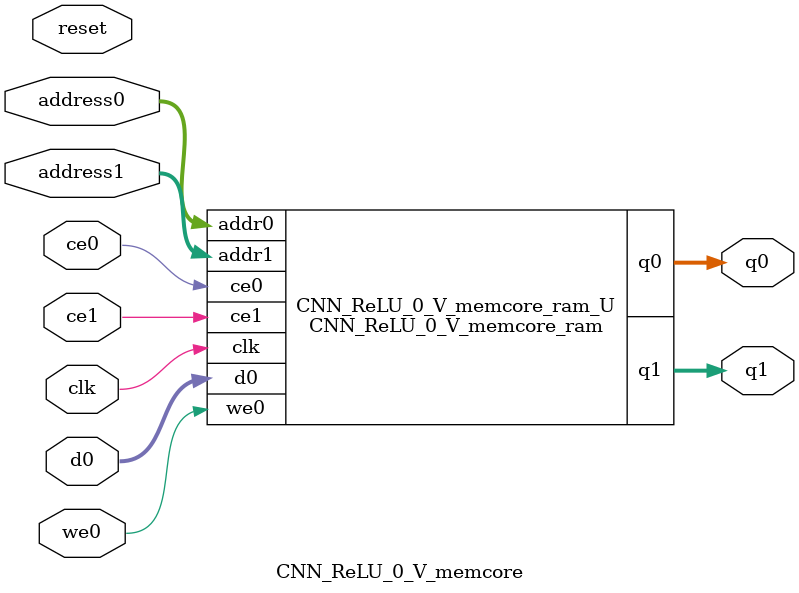
<source format=v>

`timescale 1 ns / 1 ps
module CNN_ReLU_0_V_memcore_ram (addr0, ce0, d0, we0, q0, addr1, ce1, q1,  clk);

parameter DWIDTH = 48;
parameter AWIDTH = 5;
parameter MEM_SIZE = 28;

input[AWIDTH-1:0] addr0;
input ce0;
input[DWIDTH-1:0] d0;
input we0;
output reg[DWIDTH-1:0] q0;
input[AWIDTH-1:0] addr1;
input ce1;
output reg[DWIDTH-1:0] q1;
input clk;

(* ram_style = "block" *)reg [DWIDTH-1:0] ram[0:MEM_SIZE-1];




always @(posedge clk)  
begin 
    if (ce0) 
    begin
        if (we0) 
        begin 
            ram[addr0] <= d0; 
            q0 <= d0;
        end 
        else 
            q0 <= ram[addr0];
    end
end


always @(posedge clk)  
begin 
    if (ce1) 
    begin
            q1 <= ram[addr1];
    end
end


endmodule


`timescale 1 ns / 1 ps
module CNN_ReLU_0_V_memcore(
    reset,
    clk,
    address0,
    ce0,
    we0,
    d0,
    q0,
    address1,
    ce1,
    q1);

parameter DataWidth = 32'd48;
parameter AddressRange = 32'd28;
parameter AddressWidth = 32'd5;
input reset;
input clk;
input[AddressWidth - 1:0] address0;
input ce0;
input we0;
input[DataWidth - 1:0] d0;
output[DataWidth - 1:0] q0;
input[AddressWidth - 1:0] address1;
input ce1;
output[DataWidth - 1:0] q1;



CNN_ReLU_0_V_memcore_ram CNN_ReLU_0_V_memcore_ram_U(
    .clk( clk ),
    .addr0( address0 ),
    .ce0( ce0 ),
    .we0( we0 ),
    .d0( d0 ),
    .q0( q0 ),
    .addr1( address1 ),
    .ce1( ce1 ),
    .q1( q1 ));

endmodule


</source>
